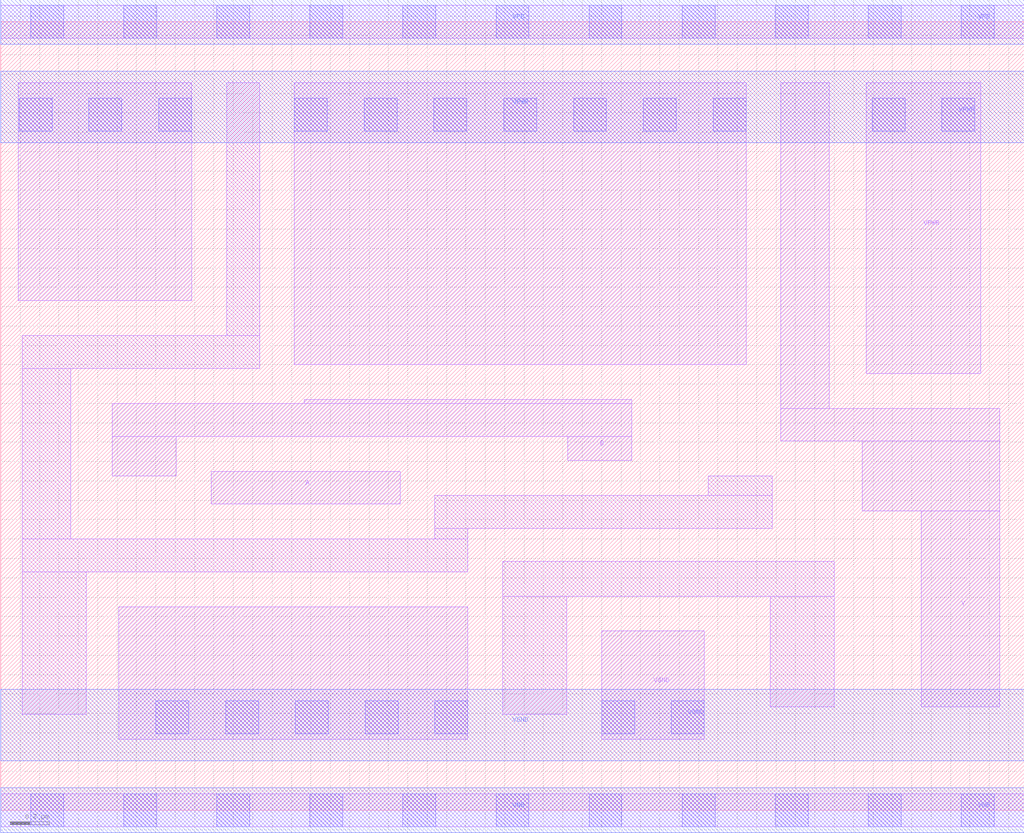
<source format=lef>
# Copyright 2020 The SkyWater PDK Authors
#
# Licensed under the Apache License, Version 2.0 (the "License");
# you may not use this file except in compliance with the License.
# You may obtain a copy of the License at
#
#     https://www.apache.org/licenses/LICENSE-2.0
#
# Unless required by applicable law or agreed to in writing, software
# distributed under the License is distributed on an "AS IS" BASIS,
# WITHOUT WARRANTIES OR CONDITIONS OF ANY KIND, either express or implied.
# See the License for the specific language governing permissions and
# limitations under the License.
#
# SPDX-License-Identifier: Apache-2.0

VERSION 5.7 ;
  NAMESCASESENSITIVE ON ;
  NOWIREEXTENSIONATPIN ON ;
  DIVIDERCHAR "/" ;
  BUSBITCHARS "[]" ;
UNITS
  DATABASE MICRONS 200 ;
END UNITS
MACRO sky130_fd_sc_hvl__xnor2_1
  CLASS CORE ;
  SOURCE USER ;
  FOREIGN sky130_fd_sc_hvl__xnor2_1 ;
  ORIGIN  0.000000  0.000000 ;
  SIZE  5.280000 BY  4.070000 ;
  SYMMETRY X Y ;
  SITE unithv ;
  PIN A
    ANTENNAGATEAREA  2.250000 ;
    DIRECTION INPUT ;
    USE SIGNAL ;
    PORT
      LAYER li1 ;
        RECT 1.085000 1.580000 2.060000 1.750000 ;
    END
  END A
  PIN B
    ANTENNAGATEAREA  2.250000 ;
    DIRECTION INPUT ;
    USE SIGNAL ;
    PORT
      LAYER li1 ;
        RECT 0.575000 1.725000 0.905000 1.930000 ;
        RECT 0.575000 1.930000 3.255000 2.100000 ;
        RECT 1.565000 2.100000 3.255000 2.120000 ;
        RECT 2.925000 1.805000 3.255000 1.930000 ;
    END
  END B
  PIN Y
    ANTENNADIFFAREA  1.481250 ;
    DIRECTION OUTPUT ;
    USE SIGNAL ;
    PORT
      LAYER li1 ;
        RECT 4.025000 1.905000 5.155000 2.075000 ;
        RECT 4.025000 2.075000 4.275000 3.755000 ;
        RECT 4.445000 1.545000 5.155000 1.905000 ;
        RECT 4.750000 0.535000 5.155000 1.545000 ;
    END
  END Y
  PIN VGND
    DIRECTION INOUT ;
    USE GROUND ;
    PORT
      LAYER li1 ;
        RECT 0.610000 0.365000 2.410000 1.050000 ;
        RECT 3.100000 0.365000 3.630000 0.925000 ;
      LAYER mcon ;
        RECT 0.800000 0.395000 0.970000 0.565000 ;
        RECT 1.160000 0.395000 1.330000 0.565000 ;
        RECT 1.520000 0.395000 1.690000 0.565000 ;
        RECT 1.880000 0.395000 2.050000 0.565000 ;
        RECT 2.240000 0.395000 2.410000 0.565000 ;
        RECT 3.100000 0.395000 3.270000 0.565000 ;
        RECT 3.460000 0.395000 3.630000 0.565000 ;
      LAYER met1 ;
        RECT 0.000000 0.255000 5.280000 0.625000 ;
    END
  END VGND
  PIN VNB
    DIRECTION INOUT ;
    USE GROUND ;
    PORT
      LAYER li1 ;
        RECT 0.000000 -0.085000 5.280000 0.085000 ;
      LAYER mcon ;
        RECT 0.155000 -0.085000 0.325000 0.085000 ;
        RECT 0.635000 -0.085000 0.805000 0.085000 ;
        RECT 1.115000 -0.085000 1.285000 0.085000 ;
        RECT 1.595000 -0.085000 1.765000 0.085000 ;
        RECT 2.075000 -0.085000 2.245000 0.085000 ;
        RECT 2.555000 -0.085000 2.725000 0.085000 ;
        RECT 3.035000 -0.085000 3.205000 0.085000 ;
        RECT 3.515000 -0.085000 3.685000 0.085000 ;
        RECT 3.995000 -0.085000 4.165000 0.085000 ;
        RECT 4.475000 -0.085000 4.645000 0.085000 ;
        RECT 4.955000 -0.085000 5.125000 0.085000 ;
      LAYER met1 ;
        RECT 0.000000 -0.115000 5.280000 0.115000 ;
    END
  END VNB
  PIN VPB
    DIRECTION INOUT ;
    USE POWER ;
    PORT
      LAYER li1 ;
        RECT 0.000000 3.985000 5.280000 4.155000 ;
      LAYER mcon ;
        RECT 0.155000 3.985000 0.325000 4.155000 ;
        RECT 0.635000 3.985000 0.805000 4.155000 ;
        RECT 1.115000 3.985000 1.285000 4.155000 ;
        RECT 1.595000 3.985000 1.765000 4.155000 ;
        RECT 2.075000 3.985000 2.245000 4.155000 ;
        RECT 2.555000 3.985000 2.725000 4.155000 ;
        RECT 3.035000 3.985000 3.205000 4.155000 ;
        RECT 3.515000 3.985000 3.685000 4.155000 ;
        RECT 3.995000 3.985000 4.165000 4.155000 ;
        RECT 4.475000 3.985000 4.645000 4.155000 ;
        RECT 4.955000 3.985000 5.125000 4.155000 ;
      LAYER met1 ;
        RECT 0.000000 3.955000 5.280000 4.185000 ;
    END
  END VPB
  PIN VPWR
    DIRECTION INOUT ;
    USE POWER ;
    PORT
      LAYER li1 ;
        RECT 0.090000 2.630000 0.985000 3.755000 ;
        RECT 1.515000 2.300000 3.845000 3.755000 ;
        RECT 4.465000 2.255000 5.055000 3.755000 ;
      LAYER mcon ;
        RECT 0.095000 3.505000 0.265000 3.675000 ;
        RECT 0.455000 3.505000 0.625000 3.675000 ;
        RECT 0.815000 3.505000 0.985000 3.675000 ;
        RECT 1.515000 3.505000 1.685000 3.675000 ;
        RECT 1.875000 3.505000 2.045000 3.675000 ;
        RECT 2.235000 3.505000 2.405000 3.675000 ;
        RECT 2.595000 3.505000 2.765000 3.675000 ;
        RECT 2.955000 3.505000 3.125000 3.675000 ;
        RECT 3.315000 3.505000 3.485000 3.675000 ;
        RECT 3.675000 3.505000 3.845000 3.675000 ;
        RECT 4.495000 3.505000 4.665000 3.675000 ;
        RECT 4.855000 3.505000 5.025000 3.675000 ;
      LAYER met1 ;
        RECT 0.000000 3.445000 5.280000 3.815000 ;
    END
  END VPWR
  OBS
    LAYER li1 ;
      RECT 0.110000 0.495000 0.440000 1.230000 ;
      RECT 0.110000 1.230000 2.410000 1.400000 ;
      RECT 0.110000 1.400000 0.360000 2.280000 ;
      RECT 0.110000 2.280000 1.335000 2.450000 ;
      RECT 1.165000 2.450000 1.335000 3.755000 ;
      RECT 2.240000 1.400000 2.410000 1.455000 ;
      RECT 2.240000 1.455000 3.980000 1.625000 ;
      RECT 2.590000 0.495000 2.920000 1.105000 ;
      RECT 2.590000 1.105000 4.300000 1.285000 ;
      RECT 3.650000 1.625000 3.980000 1.725000 ;
      RECT 3.970000 0.535000 4.300000 1.105000 ;
  END
END sky130_fd_sc_hvl__xnor2_1

</source>
